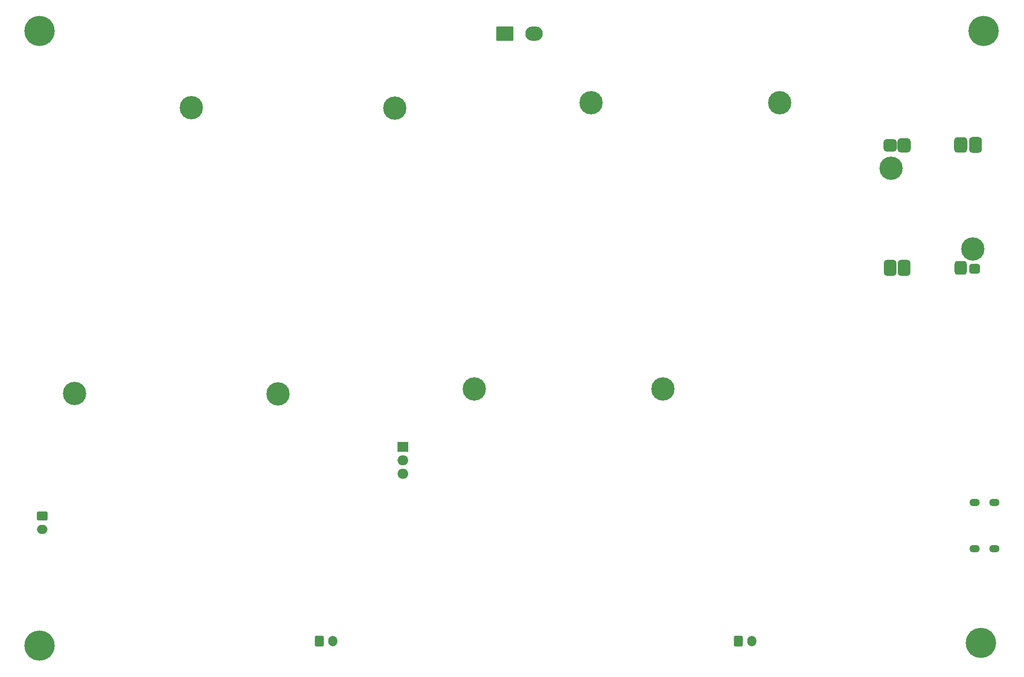
<source format=gbr>
%TF.GenerationSoftware,KiCad,Pcbnew,9.0.2*%
%TF.CreationDate,2026-02-24T05:03:32-05:00*%
%TF.ProjectId,PowerDistro_New,506f7765-7244-4697-9374-726f5f4e6577,rev?*%
%TF.SameCoordinates,Original*%
%TF.FileFunction,Soldermask,Bot*%
%TF.FilePolarity,Negative*%
%FSLAX46Y46*%
G04 Gerber Fmt 4.6, Leading zero omitted, Abs format (unit mm)*
G04 Created by KiCad (PCBNEW 9.0.2) date 2026-02-24 05:03:32*
%MOMM*%
%LPD*%
G01*
G04 APERTURE LIST*
G04 Aperture macros list*
%AMRoundRect*
0 Rectangle with rounded corners*
0 $1 Rounding radius*
0 $2 $3 $4 $5 $6 $7 $8 $9 X,Y pos of 4 corners*
0 Add a 4 corners polygon primitive as box body*
4,1,4,$2,$3,$4,$5,$6,$7,$8,$9,$2,$3,0*
0 Add four circle primitives for the rounded corners*
1,1,$1+$1,$2,$3*
1,1,$1+$1,$4,$5*
1,1,$1+$1,$6,$7*
1,1,$1+$1,$8,$9*
0 Add four rect primitives between the rounded corners*
20,1,$1+$1,$2,$3,$4,$5,0*
20,1,$1+$1,$4,$5,$6,$7,0*
20,1,$1+$1,$6,$7,$8,$9,0*
20,1,$1+$1,$8,$9,$2,$3,0*%
G04 Aperture macros list end*
%ADD10C,5.700000*%
%ADD11C,4.400000*%
%ADD12RoundRect,0.250000X-0.750000X0.600000X-0.750000X-0.600000X0.750000X-0.600000X0.750000X0.600000X0*%
%ADD13O,2.000000X1.700000*%
%ADD14R,2.000000X1.905000*%
%ADD15O,2.000000X1.905000*%
%ADD16O,1.954000X1.354000*%
%ADD17RoundRect,0.250000X-0.600000X-0.750000X0.600000X-0.750000X0.600000X0.750000X-0.600000X0.750000X0*%
%ADD18O,1.700000X2.000000*%
%ADD19RoundRect,0.622531X0.622530X0.731488X-0.622530X0.731488X-0.622530X-0.731488X0.622530X-0.731488X0*%
%ADD20RoundRect,0.586573X0.662391X0.586572X-0.662391X0.586572X-0.662391X-0.586572X0.662391X-0.586572X0*%
%ADD21RoundRect,0.613124X0.613124X0.869641X-0.613124X0.869641X-0.613124X-0.869641X0.613124X-0.869641X0*%
%ADD22RoundRect,0.617688X0.617688X0.858291X-0.617688X0.858291X-0.617688X-0.858291X0.617688X-0.858291X0*%
%ADD23RoundRect,0.607686X0.607686X0.896286X-0.607686X0.896286X-0.607686X-0.896286X0.607686X-0.896286X0*%
%ADD24RoundRect,0.608932X0.608932X0.895039X-0.608932X0.895039X-0.608932X-0.895039X0.608932X-0.895039X0*%
%ADD25RoundRect,0.470000X0.551402X0.470000X-0.551402X0.470000X-0.551402X-0.470000X0.551402X-0.470000X0*%
%ADD26RoundRect,0.585701X0.585701X0.723217X-0.585701X0.723217X-0.585701X-0.723217X0.585701X-0.723217X0*%
%ADD27RoundRect,0.250001X1.399999X-1.099999X1.399999X1.099999X-1.399999X1.099999X-1.399999X-1.099999X0*%
%ADD28O,3.300000X2.700000*%
G04 APERTURE END LIST*
D10*
%TO.C,H3*%
X16000000Y-132000000D03*
%TD*%
D11*
%TO.C,U3*%
X155500000Y-29500000D03*
X133500000Y-83500000D03*
%TD*%
D12*
%TO.C,J5*%
X16500000Y-107500000D03*
D13*
X16500000Y-110000000D03*
%TD*%
D11*
%TO.C,U1*%
X44587500Y-30412500D03*
X22587500Y-84412500D03*
%TD*%
D14*
%TO.C,Q1*%
X84500000Y-94500000D03*
D15*
X84500000Y-97040000D03*
X84500000Y-99580000D03*
%TD*%
D16*
%TO.C,J7*%
X192237500Y-113640000D03*
X192237500Y-105000000D03*
X196037500Y-113640000D03*
X196037500Y-105000000D03*
%TD*%
D11*
%TO.C,U5*%
X120000000Y-29500000D03*
X98000000Y-83500000D03*
%TD*%
D17*
%TO.C,J6*%
X68750000Y-131150000D03*
D18*
X71250000Y-131150000D03*
%TD*%
D10*
%TO.C,H1*%
X16000000Y-16000000D03*
%TD*%
%TO.C,H4*%
X193500000Y-131500000D03*
%TD*%
%TO.C,H2*%
X194000000Y-16000000D03*
%TD*%
D19*
%TO.C,U6*%
X178984156Y-37522799D03*
D20*
X176390131Y-37522799D03*
D11*
X176511148Y-41918656D03*
X191973267Y-57158934D03*
D21*
X192415343Y-37476517D03*
D22*
X189693405Y-37458331D03*
D23*
X178954467Y-60690858D03*
D24*
X176371231Y-60690859D03*
D25*
X192310034Y-60806094D03*
D26*
X189668639Y-60683226D03*
%TD*%
D17*
%TO.C,J4*%
X147750000Y-131150000D03*
D18*
X150250000Y-131150000D03*
%TD*%
D27*
%TO.C,J1*%
X103750000Y-16500000D03*
D28*
X109250000Y-16500000D03*
%TD*%
D11*
%TO.C,U2*%
X83000000Y-30500000D03*
X61000000Y-84500000D03*
%TD*%
M02*

</source>
